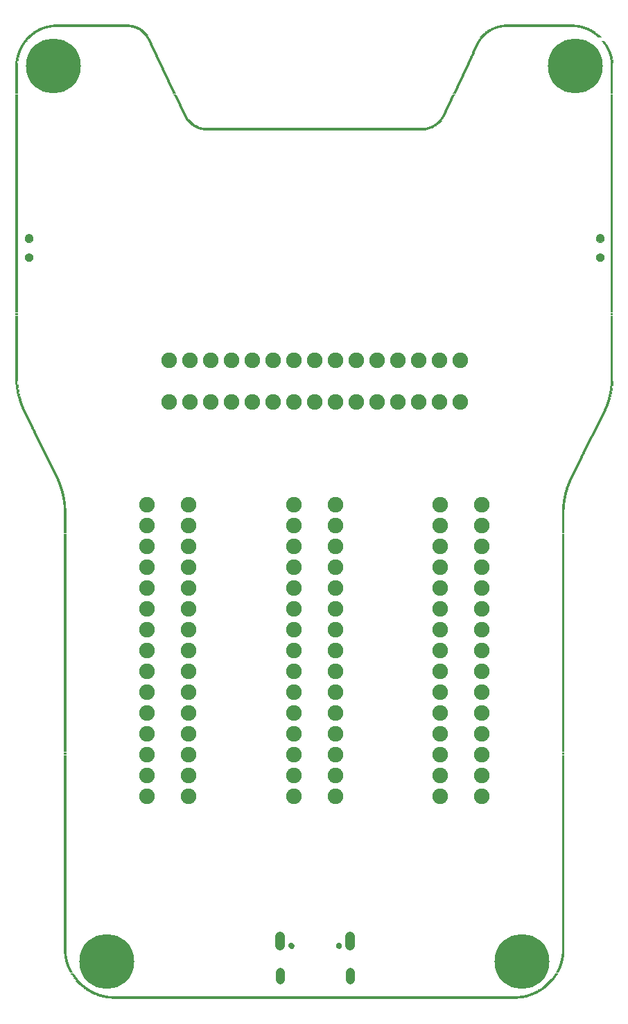
<source format=gts>
G75*
G70*
%OFA0B0*%
%FSLAX24Y24*%
%IPPOS*%
%LPD*%
%AMOC8*
5,1,8,0,0,1.08239X$1,22.5*
%
%ADD10R,1.9505X0.0033*%
%ADD11R,2.0103X0.0033*%
%ADD12R,2.0435X0.0033*%
%ADD13R,2.0668X0.0033*%
%ADD14R,0.0532X0.0033*%
%ADD15R,0.0432X0.0033*%
%ADD16R,0.0399X0.0033*%
%ADD17R,0.0366X0.0033*%
%ADD18R,0.0332X0.0033*%
%ADD19R,0.0299X0.0033*%
%ADD20R,0.0266X0.0033*%
%ADD21R,0.0233X0.0033*%
%ADD22R,0.0199X0.0033*%
%ADD23R,0.0166X0.0033*%
%ADD24R,0.0133X0.0033*%
%ADD25R,0.0100X0.0033*%
%ADD26R,1.0733X0.0033*%
%ADD27R,1.1032X0.0033*%
%ADD28R,1.1231X0.0033*%
%ADD29R,1.1397X0.0033*%
%ADD30R,0.0498X0.0033*%
%ADD31R,0.0465X0.0033*%
%ADD32R,0.4552X0.0033*%
%ADD33R,0.4353X0.0033*%
%ADD34R,0.4154X0.0033*%
%ADD35R,0.4087X0.0033*%
%ADD36R,0.3888X0.0033*%
%ADD37R,0.3655X0.0033*%
%ADD38R,0.3423X0.0033*%
%ADD39C,0.0000*%
%ADD40C,0.0414*%
%ADD41C,0.0276*%
%ADD42C,0.0434*%
%ADD43C,0.0473*%
%ADD44C,0.0749*%
%ADD45C,0.2638*%
D10*
X015248Y002160D03*
D11*
X015248Y002193D03*
D12*
X015248Y002226D03*
D13*
X015231Y002260D03*
D14*
X005063Y002293D03*
X025399Y002293D03*
D15*
X025549Y002326D03*
X004947Y002326D03*
X024053Y048813D03*
D16*
X028257Y048779D03*
X006625Y048813D03*
X002239Y048779D03*
X004831Y002359D03*
D17*
X025648Y002359D03*
X025748Y002393D03*
X020830Y043994D03*
X023920Y048779D03*
X028340Y048746D03*
D18*
X028423Y048713D03*
X009649Y043994D03*
X006725Y048779D03*
X002139Y048746D03*
X004665Y002426D03*
X004731Y002393D03*
X025831Y002426D03*
D19*
X025881Y002459D03*
X004582Y002459D03*
X004515Y002492D03*
X009566Y044028D03*
X002056Y048713D03*
X001990Y048680D03*
X020897Y044028D03*
X023854Y048746D03*
D20*
X023771Y048713D03*
X023704Y048680D03*
X023605Y048613D03*
X020980Y044061D03*
X028489Y048680D03*
X028556Y048646D03*
X028622Y048613D03*
X009516Y044061D03*
X009450Y044094D03*
X006858Y048713D03*
X006791Y048746D03*
X001940Y048646D03*
X001873Y048613D03*
X004299Y002625D03*
X004399Y002559D03*
X004465Y002526D03*
X025964Y002492D03*
X026030Y002526D03*
X026130Y002592D03*
D21*
X026080Y002559D03*
X026180Y002625D03*
X026246Y002658D03*
X026280Y002692D03*
X026313Y002725D03*
X004349Y002592D03*
X004249Y002658D03*
X004216Y002692D03*
X004116Y002758D03*
X004083Y002791D03*
X009400Y044127D03*
X006941Y048646D03*
X006908Y048680D03*
X001824Y048580D03*
X001757Y048547D03*
X001724Y048514D03*
X001624Y048447D03*
X001591Y048414D03*
X001558Y048381D03*
X021030Y044094D03*
X021096Y044127D03*
X021129Y044161D03*
X023522Y048547D03*
X023555Y048580D03*
X023655Y048646D03*
X028672Y048580D03*
X028705Y048547D03*
X028772Y048514D03*
X028805Y048480D03*
D22*
X028855Y048447D03*
X028888Y048414D03*
X028921Y048381D03*
X028955Y048347D03*
X023472Y048514D03*
X023439Y048480D03*
X023405Y048447D03*
X023372Y048414D03*
X023339Y048381D03*
X023306Y048347D03*
X021279Y044294D03*
X021246Y044260D03*
X021212Y044227D03*
X021179Y044194D03*
X009350Y044161D03*
X009317Y044194D03*
X009283Y044227D03*
X009250Y044260D03*
X009217Y044294D03*
X009184Y044327D03*
X009150Y044360D03*
X007157Y048447D03*
X007124Y048480D03*
X007090Y048514D03*
X007057Y048547D03*
X007024Y048580D03*
X006991Y048613D03*
X001674Y048480D03*
X001508Y048347D03*
X001475Y048314D03*
X001441Y048281D03*
X001342Y048148D03*
X003767Y003124D03*
X003867Y002991D03*
X003900Y002957D03*
X003934Y002924D03*
X003967Y002891D03*
X004000Y002858D03*
X004033Y002825D03*
X004166Y002725D03*
X026363Y002758D03*
X026396Y002791D03*
X026429Y002825D03*
X026462Y002858D03*
X026496Y002891D03*
X026529Y002924D03*
X026562Y002957D03*
X026595Y002991D03*
X026629Y003024D03*
X026662Y003057D03*
X026695Y003090D03*
D23*
X026712Y003124D03*
X026745Y003157D03*
X026778Y003190D03*
X026778Y003223D03*
X026811Y003257D03*
X026845Y003290D03*
X026845Y003323D03*
X026878Y003356D03*
X026911Y003423D03*
X026944Y003489D03*
X026977Y003556D03*
X027011Y003622D03*
X027044Y003689D03*
X027443Y026815D03*
X027509Y026982D03*
X027576Y027148D03*
X027609Y027214D03*
X027642Y027281D03*
X027675Y027347D03*
X027709Y027414D03*
X027742Y027480D03*
X027775Y027546D03*
X027808Y027613D03*
X027841Y027679D03*
X027875Y027746D03*
X027908Y027812D03*
X027941Y027879D03*
X027974Y027945D03*
X028008Y028012D03*
X028041Y028078D03*
X028074Y028145D03*
X028107Y028211D03*
X028140Y028277D03*
X028174Y028344D03*
X028207Y028410D03*
X028240Y028477D03*
X028273Y028543D03*
X028307Y028610D03*
X028340Y028676D03*
X028373Y028743D03*
X028406Y028809D03*
X028440Y028876D03*
X028473Y028942D03*
X028506Y029009D03*
X028539Y029075D03*
X028572Y029141D03*
X029104Y030171D03*
X029137Y030238D03*
X029237Y030471D03*
X029270Y030537D03*
X021295Y044327D03*
X021329Y044360D03*
X021362Y044393D03*
X021395Y044460D03*
X021428Y044493D03*
X021561Y044792D03*
X021594Y044858D03*
X021628Y044925D03*
X021661Y044991D03*
X021694Y045058D03*
X021727Y045124D03*
X021827Y045357D03*
X021860Y045423D03*
X021894Y045490D03*
X021927Y045556D03*
X021960Y045623D03*
X021993Y045689D03*
X022126Y045988D03*
X022159Y046055D03*
X022193Y046121D03*
X022226Y046188D03*
X022259Y046254D03*
X022292Y046320D03*
X022392Y046553D03*
X022425Y046620D03*
X022458Y046686D03*
X022492Y046752D03*
X022525Y046819D03*
X022558Y046885D03*
X022658Y047118D03*
X022691Y047184D03*
X022724Y047251D03*
X022757Y047317D03*
X022791Y047384D03*
X022824Y047450D03*
X022957Y047749D03*
X022990Y047816D03*
X023023Y047882D03*
X023057Y047949D03*
X023090Y048015D03*
X023123Y048082D03*
X023156Y048148D03*
X023189Y048181D03*
X023189Y048214D03*
X023223Y048248D03*
X023256Y048281D03*
X023289Y048314D03*
X029137Y048148D03*
X029171Y048115D03*
X029204Y048082D03*
X029204Y048048D03*
X029237Y048015D03*
X029270Y047982D03*
X029303Y047915D03*
X029337Y047849D03*
X029370Y047783D03*
X029403Y047716D03*
X009134Y044393D03*
X009101Y044426D03*
X009067Y044493D03*
X008968Y044692D03*
X008934Y044759D03*
X008901Y044825D03*
X008868Y044892D03*
X008835Y044958D03*
X008802Y045025D03*
X008702Y045257D03*
X008669Y045324D03*
X008635Y045390D03*
X008602Y045457D03*
X008569Y045523D03*
X008536Y045589D03*
X008503Y045656D03*
X008403Y045889D03*
X008370Y045955D03*
X008336Y046021D03*
X008303Y046088D03*
X008270Y046154D03*
X008237Y046221D03*
X008137Y046453D03*
X008104Y046520D03*
X008071Y046586D03*
X008037Y046653D03*
X008004Y046719D03*
X007971Y046786D03*
X007838Y047085D03*
X007805Y047151D03*
X007771Y047218D03*
X007738Y047284D03*
X007705Y047351D03*
X007672Y047417D03*
X007572Y047650D03*
X007539Y047716D03*
X007506Y047783D03*
X007472Y047849D03*
X007439Y047915D03*
X007406Y047982D03*
X007306Y048214D03*
X007273Y048281D03*
X007240Y048314D03*
X007207Y048381D03*
X007173Y048414D03*
X001425Y048248D03*
X001392Y048214D03*
X001358Y048181D03*
X001325Y048115D03*
X001292Y048082D03*
X001259Y048048D03*
X001226Y047982D03*
X001192Y047949D03*
X001159Y047882D03*
X001126Y047816D03*
X001093Y047749D03*
X001059Y047683D03*
X001159Y030670D03*
X001226Y030504D03*
X001259Y030437D03*
X001491Y029972D03*
X001525Y029906D03*
X001558Y029839D03*
X001591Y029773D03*
X001624Y029706D03*
X001657Y029640D03*
X001691Y029573D03*
X001724Y029507D03*
X001757Y029440D03*
X001790Y029374D03*
X001824Y029308D03*
X001857Y029241D03*
X001890Y029175D03*
X001923Y029108D03*
X001957Y029042D03*
X001990Y028975D03*
X002023Y028909D03*
X002056Y028842D03*
X002089Y028776D03*
X002123Y028709D03*
X002156Y028643D03*
X002189Y028577D03*
X002222Y028510D03*
X002256Y028444D03*
X002289Y028377D03*
X002322Y028311D03*
X002355Y028244D03*
X002389Y028178D03*
X002422Y028111D03*
X002455Y028045D03*
X002488Y027978D03*
X002521Y027912D03*
X002555Y027846D03*
X002588Y027779D03*
X002621Y027713D03*
X002654Y027646D03*
X002688Y027580D03*
X002721Y027513D03*
X002754Y027447D03*
X002787Y027380D03*
X002820Y027314D03*
X002854Y027247D03*
X002887Y027181D03*
X002920Y027114D03*
X002987Y026948D03*
X003452Y003655D03*
X003485Y003589D03*
X003518Y003522D03*
X003551Y003456D03*
X003585Y003389D03*
X003618Y003323D03*
X003651Y003290D03*
X003684Y003257D03*
X003684Y003223D03*
X003718Y003190D03*
X003751Y003157D03*
X003784Y003090D03*
X003817Y003057D03*
X003851Y003024D03*
D24*
X003369Y003855D03*
X003369Y003888D03*
X003369Y003921D03*
X003336Y003954D03*
X003336Y003988D03*
X003336Y004021D03*
X003336Y004054D03*
X003302Y004120D03*
X003302Y004154D03*
X003302Y004187D03*
X003302Y004220D03*
X003269Y004353D03*
X003269Y004386D03*
X003269Y004420D03*
X003269Y004453D03*
X003269Y004486D03*
X003269Y004519D03*
X003269Y004552D03*
X003269Y004586D03*
X003269Y004619D03*
X003269Y004652D03*
X003269Y004685D03*
X003269Y004719D03*
X003269Y004752D03*
X003269Y004785D03*
X003269Y004818D03*
X003269Y004851D03*
X003269Y004885D03*
X003269Y004918D03*
X003269Y004951D03*
X003269Y004984D03*
X003269Y005018D03*
X003269Y005051D03*
X003269Y005084D03*
X003269Y005117D03*
X003269Y005151D03*
X003269Y005184D03*
X003269Y005217D03*
X003269Y005250D03*
X003269Y005283D03*
X003269Y005317D03*
X003269Y005350D03*
X003269Y005383D03*
X003269Y005416D03*
X003269Y005450D03*
X003269Y005483D03*
X003269Y005516D03*
X003269Y005549D03*
X003269Y005583D03*
X003269Y005616D03*
X003269Y005649D03*
X003269Y005682D03*
X003269Y005715D03*
X003269Y005749D03*
X003269Y005782D03*
X003269Y005815D03*
X003269Y005848D03*
X003269Y005882D03*
X003269Y005915D03*
X003269Y005948D03*
X003269Y005981D03*
X003269Y006014D03*
X003269Y006048D03*
X003269Y006081D03*
X003269Y006114D03*
X003269Y006147D03*
X003269Y006181D03*
X003269Y006214D03*
X003269Y006247D03*
X003269Y006280D03*
X003269Y006314D03*
X003269Y006347D03*
X003269Y006380D03*
X003269Y006413D03*
X003269Y006446D03*
X003269Y006480D03*
X003269Y006513D03*
X003269Y006546D03*
X003269Y006579D03*
X003269Y006613D03*
X003269Y006646D03*
X003269Y006679D03*
X003269Y006712D03*
X003269Y006746D03*
X003269Y006779D03*
X003269Y006812D03*
X003269Y006845D03*
X003269Y006878D03*
X003269Y006912D03*
X003269Y006945D03*
X003269Y006978D03*
X003269Y007011D03*
X003269Y007045D03*
X003269Y007078D03*
X003269Y007111D03*
X003269Y007144D03*
X003269Y007177D03*
X003269Y007211D03*
X003269Y007244D03*
X003269Y007277D03*
X003269Y007310D03*
X003269Y007344D03*
X003269Y007377D03*
X003269Y007410D03*
X003269Y007443D03*
X003269Y007477D03*
X003269Y007510D03*
X003269Y007543D03*
X003269Y007576D03*
X003269Y007609D03*
X003269Y007643D03*
X003269Y007676D03*
X003269Y007709D03*
X003269Y007742D03*
X003269Y007776D03*
X003269Y007809D03*
X003269Y007842D03*
X003269Y007875D03*
X003269Y007909D03*
X003269Y007942D03*
X003269Y007975D03*
X003269Y008008D03*
X003269Y008041D03*
X003269Y008075D03*
X003269Y008108D03*
X003269Y008141D03*
X003269Y008174D03*
X003269Y008208D03*
X003269Y008241D03*
X003269Y008274D03*
X003269Y008307D03*
X003269Y008340D03*
X003269Y008374D03*
X003269Y008407D03*
X003269Y008440D03*
X003269Y008473D03*
X003269Y008507D03*
X003269Y008540D03*
X003269Y008573D03*
X003269Y008606D03*
X003269Y008640D03*
X003269Y008673D03*
X003269Y008706D03*
X003269Y008739D03*
X003269Y008772D03*
X003269Y008806D03*
X003269Y008839D03*
X003269Y008872D03*
X003269Y008905D03*
X003269Y008939D03*
X003269Y008972D03*
X003269Y009005D03*
X003269Y009038D03*
X003269Y009071D03*
X003269Y009105D03*
X003269Y009138D03*
X003269Y009171D03*
X003269Y009204D03*
X003269Y009238D03*
X003269Y009271D03*
X003269Y009304D03*
X003269Y009337D03*
X003269Y009371D03*
X003269Y009404D03*
X003269Y009437D03*
X003269Y009470D03*
X003269Y009503D03*
X003269Y009537D03*
X003269Y009570D03*
X003269Y009603D03*
X003269Y009636D03*
X003269Y009670D03*
X003269Y009703D03*
X003269Y009736D03*
X003269Y009769D03*
X003269Y009803D03*
X003269Y009836D03*
X003269Y009869D03*
X003269Y009902D03*
X003269Y009935D03*
X003269Y009969D03*
X003269Y010002D03*
X003269Y010035D03*
X003269Y010068D03*
X003269Y010102D03*
X003269Y010135D03*
X003269Y010168D03*
X003269Y010201D03*
X003269Y010234D03*
X003269Y010268D03*
X003269Y010301D03*
X003269Y010334D03*
X003269Y010367D03*
X003269Y010401D03*
X003269Y010434D03*
X003269Y010467D03*
X003269Y010500D03*
X003269Y010534D03*
X003269Y010567D03*
X003269Y010600D03*
X003269Y010633D03*
X003269Y010666D03*
X003269Y010700D03*
X003269Y010733D03*
X003269Y010766D03*
X003269Y010799D03*
X003269Y010833D03*
X003269Y010866D03*
X003269Y010899D03*
X003269Y010932D03*
X003269Y010966D03*
X003269Y010999D03*
X003269Y011032D03*
X003269Y011065D03*
X003269Y011098D03*
X003269Y011132D03*
X003269Y011165D03*
X003269Y011198D03*
X003269Y011231D03*
X003269Y011265D03*
X003269Y011298D03*
X003269Y011331D03*
X003269Y011364D03*
X003269Y011397D03*
X003269Y011431D03*
X003269Y011464D03*
X003269Y011497D03*
X003269Y011530D03*
X003269Y011564D03*
X003269Y011597D03*
X003269Y011630D03*
X003269Y011663D03*
X003269Y011697D03*
X003269Y011730D03*
X003269Y011763D03*
X003269Y011796D03*
X003269Y011829D03*
X003269Y011863D03*
X003269Y011896D03*
X003269Y011929D03*
X003269Y011962D03*
X003269Y011996D03*
X003269Y012029D03*
X003269Y012062D03*
X003269Y012095D03*
X003269Y012129D03*
X003269Y012162D03*
X003269Y012195D03*
X003269Y012228D03*
X003269Y012261D03*
X003269Y012295D03*
X003269Y012328D03*
X003269Y012361D03*
X003269Y012394D03*
X003269Y012428D03*
X003269Y012461D03*
X003269Y012494D03*
X003269Y012527D03*
X003269Y012560D03*
X003269Y012594D03*
X003269Y012627D03*
X003269Y012660D03*
X003269Y012693D03*
X003269Y012727D03*
X003269Y012760D03*
X003269Y012793D03*
X003269Y012826D03*
X003269Y012860D03*
X003269Y012893D03*
X003269Y012926D03*
X003269Y012959D03*
X003269Y012992D03*
X003269Y013026D03*
X003269Y013059D03*
X003269Y013092D03*
X003269Y013125D03*
X003269Y013159D03*
X003269Y013192D03*
X003269Y013225D03*
X003269Y013258D03*
X003269Y013291D03*
X003269Y013325D03*
X003269Y013358D03*
X003269Y013391D03*
X003269Y013424D03*
X003269Y013458D03*
X003269Y013491D03*
X003269Y013524D03*
X003269Y013557D03*
X003269Y013591D03*
X003269Y013624D03*
X003269Y013657D03*
X003269Y013690D03*
X003269Y013723D03*
X003269Y013757D03*
X003269Y013790D03*
X003269Y013823D03*
X003269Y013856D03*
X003269Y013890D03*
X003269Y013923D03*
X003269Y013956D03*
X003269Y013989D03*
X003269Y014023D03*
X003269Y014056D03*
X003269Y014089D03*
X003269Y014122D03*
X003269Y014155D03*
X003269Y014189D03*
X003269Y014222D03*
X003269Y014255D03*
X003269Y014288D03*
X003269Y014322D03*
X003269Y014355D03*
X003269Y014388D03*
X003269Y014421D03*
X003269Y014454D03*
X003269Y014488D03*
X003269Y014521D03*
X003269Y014554D03*
X003269Y014587D03*
X003269Y014621D03*
X003269Y014654D03*
X003269Y014687D03*
X003269Y014720D03*
X003269Y014754D03*
X003269Y014787D03*
X003269Y014820D03*
X003269Y014853D03*
X003269Y014886D03*
X003269Y014920D03*
X003269Y014953D03*
X003269Y014986D03*
X003269Y015019D03*
X003269Y015053D03*
X003269Y015086D03*
X003269Y015119D03*
X003269Y015152D03*
X003269Y015186D03*
X003269Y015219D03*
X003269Y015252D03*
X003269Y015285D03*
X003269Y015318D03*
X003269Y015352D03*
X003269Y015385D03*
X003269Y015418D03*
X003269Y015451D03*
X003269Y015485D03*
X003269Y015518D03*
X003269Y015551D03*
X003269Y015584D03*
X003269Y015617D03*
X003269Y015651D03*
X003269Y015684D03*
X003269Y015717D03*
X003269Y015750D03*
X003269Y015784D03*
X003269Y015817D03*
X003269Y015850D03*
X003269Y015883D03*
X003269Y015917D03*
X003269Y015950D03*
X003269Y015983D03*
X003269Y016016D03*
X003269Y016049D03*
X003269Y016083D03*
X003269Y016116D03*
X003269Y016149D03*
X003269Y016182D03*
X003269Y016216D03*
X003269Y016249D03*
X003269Y016282D03*
X003269Y016315D03*
X003269Y016349D03*
X003269Y016382D03*
X003269Y016415D03*
X003269Y016448D03*
X003269Y016481D03*
X003269Y016515D03*
X003269Y016548D03*
X003269Y016581D03*
X003269Y016614D03*
X003269Y016648D03*
X003269Y016681D03*
X003269Y016714D03*
X003269Y016747D03*
X003269Y016780D03*
X003269Y016814D03*
X003269Y016847D03*
X003269Y016880D03*
X003269Y016913D03*
X003269Y016947D03*
X003269Y016980D03*
X003269Y017013D03*
X003269Y017046D03*
X003269Y017080D03*
X003269Y017113D03*
X003269Y017146D03*
X003269Y017179D03*
X003269Y017212D03*
X003269Y017246D03*
X003269Y017279D03*
X003269Y017312D03*
X003269Y017345D03*
X003269Y017379D03*
X003269Y017412D03*
X003269Y017445D03*
X003269Y017478D03*
X003269Y017511D03*
X003269Y017545D03*
X003269Y017578D03*
X003269Y017611D03*
X003269Y017644D03*
X003269Y017678D03*
X003269Y017711D03*
X003269Y017744D03*
X003269Y017777D03*
X003269Y017811D03*
X003269Y017844D03*
X003269Y017877D03*
X003269Y017910D03*
X003269Y017943D03*
X003269Y017977D03*
X003269Y018010D03*
X003269Y018043D03*
X003269Y018076D03*
X003269Y018110D03*
X003269Y018143D03*
X003269Y018176D03*
X003269Y018209D03*
X003269Y018243D03*
X003269Y018276D03*
X003269Y018309D03*
X003269Y018342D03*
X003269Y018375D03*
X003269Y018409D03*
X003269Y018442D03*
X003269Y018475D03*
X003269Y018508D03*
X003269Y018542D03*
X003269Y018575D03*
X003269Y018608D03*
X003269Y018641D03*
X003269Y018674D03*
X003269Y018708D03*
X003269Y018741D03*
X003269Y018774D03*
X003269Y018807D03*
X003269Y018841D03*
X003269Y018874D03*
X003269Y018907D03*
X003269Y018940D03*
X003269Y018974D03*
X003269Y019007D03*
X003269Y019040D03*
X003269Y019073D03*
X003269Y019106D03*
X003269Y019140D03*
X003269Y019173D03*
X003269Y019206D03*
X003269Y019239D03*
X003269Y019273D03*
X003269Y019306D03*
X003269Y019339D03*
X003269Y019372D03*
X003269Y019406D03*
X003269Y019439D03*
X003269Y019472D03*
X003269Y019505D03*
X003269Y019538D03*
X003269Y019572D03*
X003269Y019605D03*
X003269Y019638D03*
X003269Y019671D03*
X003269Y019705D03*
X003269Y019738D03*
X003269Y019771D03*
X003269Y019804D03*
X003269Y019837D03*
X003269Y019871D03*
X003269Y019904D03*
X003269Y019937D03*
X003269Y019970D03*
X003269Y020004D03*
X003269Y020037D03*
X003269Y020070D03*
X003269Y020103D03*
X003269Y020137D03*
X003269Y020170D03*
X003269Y020203D03*
X003269Y020236D03*
X003269Y020269D03*
X003269Y020303D03*
X003269Y020336D03*
X003269Y020369D03*
X003269Y020402D03*
X003269Y020436D03*
X003269Y020469D03*
X003269Y020502D03*
X003269Y020535D03*
X003269Y020569D03*
X003269Y020602D03*
X003269Y020635D03*
X003269Y020668D03*
X003269Y020701D03*
X003269Y020735D03*
X003269Y020768D03*
X003269Y020801D03*
X003269Y020834D03*
X003269Y020868D03*
X003269Y020901D03*
X003269Y020934D03*
X003269Y020967D03*
X003269Y021000D03*
X003269Y021034D03*
X003269Y021067D03*
X003269Y021100D03*
X003269Y021133D03*
X003269Y021167D03*
X003269Y021200D03*
X003269Y021233D03*
X003269Y021266D03*
X003269Y021300D03*
X003269Y021333D03*
X003269Y021366D03*
X003269Y021399D03*
X003269Y021432D03*
X003269Y021466D03*
X003269Y021499D03*
X003269Y021532D03*
X003269Y021565D03*
X003269Y021599D03*
X003269Y021632D03*
X003269Y021665D03*
X003269Y021698D03*
X003269Y021731D03*
X003269Y021765D03*
X003269Y021798D03*
X003269Y021831D03*
X003269Y021864D03*
X003269Y021898D03*
X003269Y021931D03*
X003269Y021964D03*
X003269Y021997D03*
X003269Y022031D03*
X003269Y022064D03*
X003269Y022097D03*
X003269Y022130D03*
X003269Y022163D03*
X003269Y022197D03*
X003269Y022230D03*
X003269Y022263D03*
X003269Y022296D03*
X003269Y022330D03*
X003269Y022363D03*
X003269Y022396D03*
X003269Y022429D03*
X003269Y022463D03*
X003269Y022496D03*
X003269Y022529D03*
X003269Y022562D03*
X003269Y022595D03*
X003269Y022629D03*
X003269Y022662D03*
X003269Y022695D03*
X003269Y022728D03*
X003269Y022762D03*
X003269Y022795D03*
X003269Y022828D03*
X003269Y022861D03*
X003269Y022894D03*
X003269Y022928D03*
X003269Y022961D03*
X003269Y022994D03*
X003269Y023027D03*
X003269Y023061D03*
X003269Y023094D03*
X003269Y023127D03*
X003269Y023160D03*
X003269Y023194D03*
X003269Y023227D03*
X003269Y023260D03*
X003269Y023293D03*
X003269Y023326D03*
X003269Y023360D03*
X003269Y023393D03*
X003269Y023426D03*
X003269Y023459D03*
X003269Y023493D03*
X003269Y023526D03*
X003269Y023559D03*
X003269Y023592D03*
X003269Y023626D03*
X003269Y023659D03*
X003269Y023692D03*
X003269Y023725D03*
X003269Y023758D03*
X003269Y023792D03*
X003269Y023825D03*
X003269Y023858D03*
X003269Y023891D03*
X003269Y023925D03*
X003269Y023958D03*
X003269Y023991D03*
X003269Y024024D03*
X003269Y024057D03*
X003269Y024091D03*
X003269Y024124D03*
X003269Y024157D03*
X003269Y024190D03*
X003269Y024224D03*
X003269Y024257D03*
X003269Y024290D03*
X003269Y024323D03*
X003269Y024357D03*
X003269Y024390D03*
X003269Y024423D03*
X003269Y024456D03*
X003269Y024489D03*
X003269Y024523D03*
X003269Y024556D03*
X003269Y024589D03*
X003269Y024622D03*
X003269Y024656D03*
X003269Y024689D03*
X003269Y024722D03*
X003269Y024755D03*
X003269Y024789D03*
X003269Y024822D03*
X003269Y024855D03*
X003269Y024888D03*
X003269Y024921D03*
X003269Y024955D03*
X003269Y024988D03*
X003269Y025021D03*
X003269Y025054D03*
X003269Y025088D03*
X003269Y025121D03*
X003269Y025154D03*
X003269Y025187D03*
X003269Y025220D03*
X003269Y025254D03*
X003269Y025287D03*
X003269Y025320D03*
X003269Y025353D03*
X003269Y025387D03*
X003269Y025420D03*
X003269Y025453D03*
X003269Y025486D03*
X003269Y025520D03*
X003269Y025553D03*
X003269Y025586D03*
X003269Y025619D03*
X003269Y025652D03*
X003269Y025686D03*
X003269Y025719D03*
X003236Y025918D03*
X003236Y025951D03*
X003236Y025985D03*
X003236Y026018D03*
X003236Y026051D03*
X003203Y026151D03*
X003203Y026184D03*
X003203Y026217D03*
X003203Y026251D03*
X003169Y026317D03*
X003169Y026350D03*
X003169Y026383D03*
X003169Y026417D03*
X003136Y026450D03*
X003136Y026483D03*
X003136Y026516D03*
X003136Y026550D03*
X003103Y026583D03*
X003103Y026616D03*
X003103Y026649D03*
X003070Y026683D03*
X003070Y026716D03*
X003070Y026749D03*
X003036Y026782D03*
X003036Y026815D03*
X003036Y026849D03*
X003003Y026882D03*
X003003Y026915D03*
X002970Y026982D03*
X002970Y027015D03*
X002937Y027048D03*
X002937Y027081D03*
X002904Y027148D03*
X002870Y027214D03*
X002837Y027281D03*
X002804Y027347D03*
X002771Y027414D03*
X002737Y027480D03*
X002704Y027546D03*
X002671Y027613D03*
X002638Y027679D03*
X002604Y027746D03*
X002571Y027812D03*
X002538Y027879D03*
X002505Y027945D03*
X002472Y028012D03*
X002438Y028078D03*
X002405Y028145D03*
X002372Y028211D03*
X002339Y028277D03*
X002305Y028344D03*
X002272Y028410D03*
X002239Y028477D03*
X002206Y028543D03*
X002173Y028610D03*
X002139Y028676D03*
X002106Y028743D03*
X002073Y028809D03*
X002040Y028876D03*
X002006Y028942D03*
X001973Y029009D03*
X001940Y029075D03*
X001907Y029141D03*
X001873Y029208D03*
X001840Y029274D03*
X001807Y029341D03*
X001774Y029407D03*
X001741Y029474D03*
X001707Y029540D03*
X001674Y029607D03*
X001641Y029673D03*
X001608Y029740D03*
X001574Y029806D03*
X001541Y029872D03*
X001508Y029939D03*
X001475Y030005D03*
X001441Y030039D03*
X001441Y030072D03*
X001408Y030105D03*
X001408Y030138D03*
X001375Y030171D03*
X001375Y030205D03*
X001342Y030238D03*
X001342Y030271D03*
X001309Y030304D03*
X001309Y030338D03*
X001275Y030371D03*
X001275Y030404D03*
X001242Y030471D03*
X001209Y030537D03*
X001209Y030570D03*
X001176Y030603D03*
X001176Y030637D03*
X001142Y030703D03*
X001142Y030736D03*
X001109Y030770D03*
X001109Y030803D03*
X001109Y030836D03*
X001076Y030869D03*
X001076Y030903D03*
X001076Y030936D03*
X001076Y030969D03*
X001043Y031002D03*
X001043Y031035D03*
X001043Y031069D03*
X001010Y031135D03*
X001010Y031168D03*
X001010Y031202D03*
X000976Y031301D03*
X000976Y031334D03*
X000976Y031368D03*
X000976Y031401D03*
X000943Y031501D03*
X000943Y031534D03*
X000943Y031567D03*
X000943Y031600D03*
X000943Y031634D03*
X000910Y031833D03*
X000910Y031866D03*
X000910Y031899D03*
X000910Y031933D03*
X000910Y031966D03*
X000910Y031999D03*
X000910Y032032D03*
X000910Y032066D03*
X000910Y032099D03*
X000910Y032132D03*
X000910Y032165D03*
X000910Y032198D03*
X000910Y032232D03*
X000910Y032265D03*
X000910Y032298D03*
X000910Y032331D03*
X000910Y032365D03*
X000910Y032398D03*
X000910Y032431D03*
X000910Y032464D03*
X000910Y032497D03*
X000910Y032531D03*
X000910Y032564D03*
X000910Y032597D03*
X000910Y032630D03*
X000910Y032664D03*
X000910Y032697D03*
X000910Y032730D03*
X000910Y032763D03*
X000910Y032797D03*
X000910Y032830D03*
X000910Y032863D03*
X000910Y032896D03*
X000910Y032929D03*
X000910Y032963D03*
X000910Y032996D03*
X000910Y033029D03*
X000910Y033062D03*
X000910Y033096D03*
X000910Y033129D03*
X000910Y033162D03*
X000910Y033195D03*
X000910Y033229D03*
X000910Y033262D03*
X000910Y033295D03*
X000910Y033328D03*
X000910Y033361D03*
X000910Y033395D03*
X000910Y033428D03*
X000910Y033461D03*
X000910Y033494D03*
X000910Y033528D03*
X000910Y033561D03*
X000910Y033594D03*
X000910Y033627D03*
X000910Y033660D03*
X000910Y033694D03*
X000910Y033727D03*
X000910Y033760D03*
X000910Y033793D03*
X000910Y033827D03*
X000910Y033860D03*
X000910Y033893D03*
X000910Y033926D03*
X000910Y033960D03*
X000910Y033993D03*
X000910Y034026D03*
X000910Y034059D03*
X000910Y034092D03*
X000910Y034126D03*
X000910Y034159D03*
X000910Y034192D03*
X000910Y034225D03*
X000910Y034259D03*
X000910Y034292D03*
X000910Y034325D03*
X000910Y034358D03*
X000910Y034391D03*
X000910Y034425D03*
X000910Y034458D03*
X000910Y034491D03*
X000910Y034524D03*
X000910Y034558D03*
X000910Y034591D03*
X000910Y034624D03*
X000910Y034657D03*
X000910Y034691D03*
X000910Y034724D03*
X000910Y034757D03*
X000910Y034790D03*
X000910Y034823D03*
X000910Y034857D03*
X000910Y034890D03*
X000910Y034923D03*
X000910Y034956D03*
X000910Y034990D03*
X000910Y035023D03*
X000910Y035056D03*
X000910Y035089D03*
X000910Y035123D03*
X000910Y035156D03*
X000910Y035189D03*
X000910Y035222D03*
X000910Y035255D03*
X000910Y035289D03*
X000910Y035322D03*
X000910Y035355D03*
X000910Y035388D03*
X000910Y035422D03*
X000910Y035455D03*
X000910Y035488D03*
X000910Y035521D03*
X000910Y035554D03*
X000910Y035588D03*
X000910Y035621D03*
X000910Y035654D03*
X000910Y035687D03*
X000910Y035721D03*
X000910Y035754D03*
X000910Y035787D03*
X000910Y035820D03*
X000910Y035854D03*
X000910Y035887D03*
X000910Y035920D03*
X000910Y035953D03*
X000910Y035986D03*
X000910Y036020D03*
X000910Y036053D03*
X000910Y036086D03*
X000910Y036119D03*
X000910Y036153D03*
X000910Y036186D03*
X000910Y036219D03*
X000910Y036252D03*
X000910Y036286D03*
X000910Y036319D03*
X000910Y036352D03*
X000910Y036385D03*
X000910Y036418D03*
X000910Y036452D03*
X000910Y036485D03*
X000910Y036518D03*
X000910Y036551D03*
X000910Y036585D03*
X000910Y036618D03*
X000910Y036651D03*
X000910Y036684D03*
X000910Y036717D03*
X000910Y036751D03*
X000910Y036784D03*
X000910Y036817D03*
X000910Y036850D03*
X000910Y036884D03*
X000910Y036917D03*
X000910Y036950D03*
X000910Y036983D03*
X000910Y037017D03*
X000910Y037050D03*
X000910Y037083D03*
X000910Y037116D03*
X000910Y037149D03*
X000910Y037183D03*
X000910Y037216D03*
X000910Y037249D03*
X000910Y037282D03*
X000910Y037316D03*
X000910Y037349D03*
X000910Y037382D03*
X000910Y037415D03*
X000910Y037449D03*
X000910Y037482D03*
X000910Y037515D03*
X000910Y037548D03*
X000910Y037581D03*
X000910Y037615D03*
X000910Y037648D03*
X000910Y037681D03*
X000910Y037714D03*
X000910Y037748D03*
X000910Y037781D03*
X000910Y037814D03*
X000910Y037847D03*
X000910Y037880D03*
X000910Y037914D03*
X000910Y037947D03*
X000910Y037980D03*
X000910Y038013D03*
X000910Y038047D03*
X000910Y038080D03*
X000910Y038113D03*
X000910Y038146D03*
X000910Y038180D03*
X000910Y038213D03*
X000910Y038246D03*
X000910Y038279D03*
X000910Y038312D03*
X000910Y038346D03*
X000910Y038379D03*
X000910Y038412D03*
X000910Y038445D03*
X000910Y038479D03*
X000910Y038512D03*
X000910Y038545D03*
X000910Y038578D03*
X000910Y038611D03*
X000910Y038645D03*
X000910Y038678D03*
X000910Y038711D03*
X000910Y038744D03*
X000910Y038778D03*
X000910Y038811D03*
X000910Y038844D03*
X000910Y038877D03*
X000910Y038911D03*
X000910Y038944D03*
X000910Y038977D03*
X000910Y039010D03*
X000910Y039043D03*
X000910Y039077D03*
X000910Y039110D03*
X000910Y039143D03*
X000910Y039176D03*
X000910Y039210D03*
X000910Y039243D03*
X000910Y039276D03*
X000910Y039309D03*
X000910Y039343D03*
X000910Y039376D03*
X000910Y039409D03*
X000910Y039442D03*
X000910Y039475D03*
X000910Y039509D03*
X000910Y039542D03*
X000910Y039575D03*
X000910Y039608D03*
X000910Y039642D03*
X000910Y039675D03*
X000910Y039708D03*
X000910Y039741D03*
X000910Y039774D03*
X000910Y039808D03*
X000910Y039841D03*
X000910Y039874D03*
X000910Y039907D03*
X000910Y039941D03*
X000910Y039974D03*
X000910Y040007D03*
X000910Y040040D03*
X000910Y040074D03*
X000910Y040107D03*
X000910Y040140D03*
X000910Y040173D03*
X000910Y040206D03*
X000910Y040240D03*
X000910Y040273D03*
X000910Y040306D03*
X000910Y040339D03*
X000910Y040373D03*
X000910Y040406D03*
X000910Y040439D03*
X000910Y040472D03*
X000910Y040506D03*
X000910Y040539D03*
X000910Y040572D03*
X000910Y040605D03*
X000910Y040638D03*
X000910Y040672D03*
X000910Y040705D03*
X000910Y040738D03*
X000910Y040771D03*
X000910Y040805D03*
X000910Y040838D03*
X000910Y040871D03*
X000910Y040904D03*
X000910Y040937D03*
X000910Y040971D03*
X000910Y041004D03*
X000910Y041037D03*
X000910Y041070D03*
X000910Y041104D03*
X000910Y041137D03*
X000910Y041170D03*
X000910Y041203D03*
X000910Y041237D03*
X000910Y041270D03*
X000910Y041303D03*
X000910Y041336D03*
X000910Y041369D03*
X000910Y041403D03*
X000910Y041436D03*
X000910Y041469D03*
X000910Y041502D03*
X000910Y041536D03*
X000910Y041569D03*
X000910Y041602D03*
X000910Y041635D03*
X000910Y041669D03*
X000910Y041702D03*
X000910Y041735D03*
X000910Y041768D03*
X000910Y041801D03*
X000910Y041835D03*
X000910Y041868D03*
X000910Y041901D03*
X000910Y041934D03*
X000910Y041968D03*
X000910Y042001D03*
X000910Y042034D03*
X000910Y042067D03*
X000910Y042100D03*
X000910Y042134D03*
X000910Y042167D03*
X000910Y042200D03*
X000910Y042233D03*
X000910Y042267D03*
X000910Y042300D03*
X000910Y042333D03*
X000910Y042366D03*
X000910Y042400D03*
X000910Y042433D03*
X000910Y042466D03*
X000910Y042499D03*
X000910Y042532D03*
X000910Y042566D03*
X000910Y042599D03*
X000910Y042632D03*
X000910Y042665D03*
X000910Y042699D03*
X000910Y042732D03*
X000910Y042765D03*
X000910Y042798D03*
X000910Y042831D03*
X000910Y042865D03*
X000910Y042898D03*
X000910Y042931D03*
X000910Y042964D03*
X000910Y042998D03*
X000910Y043031D03*
X000910Y043064D03*
X000910Y043097D03*
X000910Y043131D03*
X000910Y043164D03*
X000910Y043197D03*
X000910Y043230D03*
X000910Y043263D03*
X000910Y043297D03*
X000910Y043330D03*
X000910Y043363D03*
X000910Y043396D03*
X000910Y043430D03*
X000910Y043463D03*
X000910Y043496D03*
X000910Y043529D03*
X000910Y043563D03*
X000910Y043596D03*
X000910Y043629D03*
X000910Y043662D03*
X000910Y043695D03*
X000910Y043729D03*
X000910Y043762D03*
X000910Y043795D03*
X000910Y043828D03*
X000910Y043862D03*
X000910Y043895D03*
X000910Y043928D03*
X000910Y043961D03*
X000910Y043994D03*
X000910Y044028D03*
X000910Y044061D03*
X000910Y044094D03*
X000910Y044127D03*
X000910Y044161D03*
X000910Y044194D03*
X000910Y044227D03*
X000910Y044260D03*
X000910Y044294D03*
X000910Y044327D03*
X000910Y044360D03*
X000910Y044393D03*
X000910Y044426D03*
X000910Y044460D03*
X000910Y044493D03*
X000910Y044526D03*
X000910Y044559D03*
X000910Y044593D03*
X000910Y044626D03*
X000910Y044659D03*
X000910Y044692D03*
X000910Y044726D03*
X000910Y044759D03*
X000910Y044792D03*
X000910Y044825D03*
X000910Y044858D03*
X000910Y044892D03*
X000910Y044925D03*
X000910Y044958D03*
X000910Y044991D03*
X000910Y045025D03*
X000910Y045058D03*
X000910Y045091D03*
X000910Y045124D03*
X000910Y045157D03*
X000910Y045191D03*
X000910Y045224D03*
X000910Y045257D03*
X000910Y045290D03*
X000910Y045324D03*
X000910Y045357D03*
X000910Y045390D03*
X000910Y045423D03*
X000910Y045457D03*
X000910Y045490D03*
X000910Y045523D03*
X000910Y045556D03*
X000910Y045589D03*
X000910Y045623D03*
X000910Y045656D03*
X000910Y045689D03*
X000910Y045722D03*
X000910Y045756D03*
X000910Y045789D03*
X000910Y045822D03*
X000910Y045855D03*
X000910Y045889D03*
X000910Y045922D03*
X000910Y045955D03*
X000910Y045988D03*
X000910Y046021D03*
X000910Y046055D03*
X000910Y046088D03*
X000910Y046121D03*
X000910Y046154D03*
X000910Y046188D03*
X000910Y046221D03*
X000910Y046254D03*
X000910Y046287D03*
X000910Y046320D03*
X000910Y046354D03*
X000910Y046387D03*
X000910Y046420D03*
X000910Y046453D03*
X000910Y046487D03*
X000910Y046520D03*
X000910Y046553D03*
X000910Y046586D03*
X000910Y046620D03*
X000910Y046653D03*
X000910Y046686D03*
X000910Y046719D03*
X000910Y046752D03*
X000910Y046786D03*
X000910Y046819D03*
X000910Y046852D03*
X000910Y046885D03*
X000910Y046919D03*
X000910Y046952D03*
X000910Y046985D03*
X000910Y047018D03*
X000910Y047051D03*
X000910Y047085D03*
X000943Y047218D03*
X000943Y047251D03*
X000943Y047284D03*
X000943Y047317D03*
X000976Y047384D03*
X000976Y047417D03*
X000976Y047450D03*
X000976Y047483D03*
X001010Y047517D03*
X001010Y047550D03*
X001010Y047583D03*
X001043Y047616D03*
X001043Y047650D03*
X001076Y047716D03*
X001109Y047783D03*
X001142Y047849D03*
X001176Y047915D03*
X001242Y048015D03*
X007223Y048347D03*
X007290Y048248D03*
X007323Y048181D03*
X007323Y048148D03*
X007356Y048115D03*
X007356Y048082D03*
X007389Y048048D03*
X007389Y048015D03*
X007423Y047949D03*
X007456Y047882D03*
X007489Y047816D03*
X007522Y047749D03*
X007556Y047683D03*
X007589Y047616D03*
X007589Y047583D03*
X007622Y047550D03*
X007622Y047517D03*
X007655Y047483D03*
X007655Y047450D03*
X007688Y047384D03*
X007722Y047317D03*
X007755Y047251D03*
X007788Y047184D03*
X007821Y047118D03*
X007855Y047051D03*
X007855Y047018D03*
X007888Y046985D03*
X007888Y046952D03*
X007921Y046919D03*
X007921Y046885D03*
X007954Y046852D03*
X007954Y046819D03*
X007987Y046752D03*
X008021Y046686D03*
X008054Y046620D03*
X008087Y046553D03*
X008120Y046487D03*
X008154Y046420D03*
X008154Y046387D03*
X008187Y046354D03*
X008187Y046320D03*
X008220Y046287D03*
X008220Y046254D03*
X008253Y046188D03*
X008287Y046121D03*
X008320Y046055D03*
X008353Y045988D03*
X008386Y045922D03*
X008419Y045855D03*
X008419Y045822D03*
X008453Y045789D03*
X008453Y045756D03*
X008486Y045722D03*
X008486Y045689D03*
X008519Y045623D03*
X008552Y045556D03*
X008586Y045490D03*
X008619Y045423D03*
X008652Y045357D03*
X008685Y045290D03*
X008719Y045224D03*
X008719Y045191D03*
X008752Y045157D03*
X008752Y045124D03*
X008785Y045091D03*
X008785Y045058D03*
X008818Y044991D03*
X008851Y044925D03*
X008885Y044858D03*
X008918Y044792D03*
X008951Y044726D03*
X008984Y044659D03*
X008984Y044626D03*
X009018Y044593D03*
X009018Y044559D03*
X009051Y044526D03*
X009084Y044460D03*
X021379Y044426D03*
X021445Y044526D03*
X021445Y044559D03*
X021478Y044593D03*
X021478Y044626D03*
X021511Y044659D03*
X021511Y044692D03*
X021545Y044726D03*
X021545Y044759D03*
X021578Y044825D03*
X021611Y044892D03*
X021644Y044958D03*
X021678Y045025D03*
X021711Y045091D03*
X021744Y045157D03*
X021744Y045191D03*
X021777Y045224D03*
X021777Y045257D03*
X021810Y045290D03*
X021810Y045324D03*
X021844Y045390D03*
X021877Y045457D03*
X021910Y045523D03*
X021943Y045589D03*
X021977Y045656D03*
X022010Y045722D03*
X022010Y045756D03*
X022043Y045789D03*
X022043Y045822D03*
X022076Y045855D03*
X022076Y045889D03*
X022110Y045922D03*
X022110Y045955D03*
X022143Y046021D03*
X022176Y046088D03*
X022209Y046154D03*
X022242Y046221D03*
X022276Y046287D03*
X022309Y046354D03*
X022309Y046387D03*
X022342Y046420D03*
X022342Y046453D03*
X022375Y046487D03*
X022375Y046520D03*
X022409Y046586D03*
X022442Y046653D03*
X022475Y046719D03*
X022508Y046786D03*
X022541Y046852D03*
X022575Y046919D03*
X022575Y046952D03*
X022608Y046985D03*
X022608Y047018D03*
X022641Y047051D03*
X022641Y047085D03*
X022674Y047151D03*
X022708Y047218D03*
X022741Y047284D03*
X022774Y047351D03*
X022807Y047417D03*
X022841Y047483D03*
X022841Y047517D03*
X022874Y047550D03*
X022874Y047583D03*
X022907Y047616D03*
X022907Y047650D03*
X022940Y047683D03*
X022940Y047716D03*
X022973Y047783D03*
X023007Y047849D03*
X023040Y047915D03*
X023073Y047982D03*
X023106Y048048D03*
X023140Y048115D03*
X029287Y047949D03*
X029320Y047882D03*
X029353Y047816D03*
X029387Y047749D03*
X029420Y047683D03*
X029420Y047650D03*
X029453Y047616D03*
X029453Y047583D03*
X029453Y047550D03*
X029486Y047517D03*
X029486Y047483D03*
X029486Y047450D03*
X029519Y047417D03*
X029519Y047384D03*
X029519Y047351D03*
X029519Y047317D03*
X029553Y047251D03*
X029553Y047218D03*
X029553Y047184D03*
X029553Y047151D03*
X029553Y047118D03*
X029553Y031800D03*
X029553Y031766D03*
X029553Y031733D03*
X029553Y031700D03*
X029553Y031667D03*
X029553Y031634D03*
X029553Y031600D03*
X029519Y031467D03*
X029519Y031434D03*
X029519Y031401D03*
X029519Y031368D03*
X029486Y031301D03*
X029486Y031268D03*
X029486Y031235D03*
X029486Y031202D03*
X029453Y031135D03*
X029453Y031102D03*
X029453Y031069D03*
X029420Y031002D03*
X029420Y030969D03*
X029420Y030936D03*
X029387Y030903D03*
X029387Y030869D03*
X029387Y030836D03*
X029353Y030803D03*
X029353Y030770D03*
X029353Y030736D03*
X029320Y030703D03*
X029320Y030670D03*
X029320Y030637D03*
X029287Y030603D03*
X029287Y030570D03*
X029254Y030504D03*
X029220Y030437D03*
X029220Y030404D03*
X029187Y030371D03*
X029187Y030338D03*
X029154Y030304D03*
X029154Y030271D03*
X029121Y030205D03*
X029087Y030138D03*
X029054Y030105D03*
X029054Y030072D03*
X029021Y030039D03*
X029021Y030005D03*
X028988Y029972D03*
X028988Y029939D03*
X028955Y029906D03*
X028955Y029872D03*
X028921Y029839D03*
X028921Y029806D03*
X028888Y029773D03*
X028888Y029740D03*
X028855Y029706D03*
X028855Y029673D03*
X028822Y029640D03*
X028822Y029607D03*
X028788Y029573D03*
X028788Y029540D03*
X028755Y029507D03*
X028755Y029474D03*
X028722Y029440D03*
X028722Y029407D03*
X028689Y029374D03*
X028689Y029341D03*
X028656Y029308D03*
X028656Y029274D03*
X028622Y029241D03*
X028622Y029208D03*
X028589Y029175D03*
X028556Y029108D03*
X028523Y029042D03*
X028489Y028975D03*
X028456Y028909D03*
X028423Y028842D03*
X028390Y028776D03*
X028356Y028709D03*
X028323Y028643D03*
X028290Y028577D03*
X028257Y028510D03*
X028224Y028444D03*
X028190Y028377D03*
X028157Y028311D03*
X028124Y028244D03*
X028091Y028178D03*
X028057Y028111D03*
X028024Y028045D03*
X027991Y027978D03*
X027958Y027912D03*
X027924Y027846D03*
X027891Y027779D03*
X027858Y027713D03*
X027825Y027646D03*
X027792Y027580D03*
X027758Y027513D03*
X027725Y027447D03*
X027692Y027380D03*
X027659Y027314D03*
X027625Y027247D03*
X027592Y027181D03*
X027559Y027114D03*
X027559Y027081D03*
X027526Y027048D03*
X027526Y027015D03*
X027493Y026948D03*
X027493Y026915D03*
X027459Y026882D03*
X027459Y026849D03*
X027426Y026782D03*
X027426Y026749D03*
X027393Y026716D03*
X027393Y026683D03*
X027393Y026649D03*
X027393Y026616D03*
X027360Y026583D03*
X027360Y026550D03*
X027360Y026516D03*
X027326Y026483D03*
X027326Y026450D03*
X027326Y026417D03*
X027326Y026383D03*
X027293Y026317D03*
X027293Y026284D03*
X027293Y026251D03*
X027293Y026217D03*
X027260Y026151D03*
X027260Y026118D03*
X027260Y026084D03*
X027260Y026051D03*
X027260Y026018D03*
X027227Y025918D03*
X027227Y025885D03*
X027227Y025852D03*
X027227Y025819D03*
X027227Y025785D03*
X027227Y025752D03*
X027227Y025719D03*
X027227Y025686D03*
X027193Y004320D03*
X027193Y004287D03*
X027193Y004253D03*
X027193Y004220D03*
X027193Y004187D03*
X027160Y004120D03*
X027160Y004087D03*
X027160Y004054D03*
X027160Y004021D03*
X027127Y003988D03*
X027127Y003954D03*
X027127Y003921D03*
X027127Y003888D03*
X027094Y003855D03*
X027094Y003821D03*
X027094Y003788D03*
X027061Y003755D03*
X027061Y003722D03*
X027027Y003655D03*
X026994Y003589D03*
X026961Y003522D03*
X026928Y003456D03*
X026894Y003389D03*
X003601Y003356D03*
X003568Y003423D03*
X003535Y003489D03*
X003502Y003556D03*
X003468Y003622D03*
X003435Y003689D03*
X003435Y003722D03*
X003402Y003755D03*
X003402Y003788D03*
X003402Y003821D03*
D25*
X003319Y004087D03*
X003286Y004253D03*
X003286Y004287D03*
X003286Y004320D03*
X003252Y025752D03*
X003252Y025785D03*
X003252Y025819D03*
X003252Y025852D03*
X003252Y025885D03*
X003219Y026084D03*
X003219Y026118D03*
X003186Y026284D03*
X001026Y031102D03*
X000993Y031235D03*
X000993Y031268D03*
X000960Y031434D03*
X000960Y031467D03*
X000926Y031667D03*
X000926Y031700D03*
X000926Y031733D03*
X000926Y031766D03*
X000926Y031800D03*
X000926Y047118D03*
X000926Y047151D03*
X000926Y047184D03*
X000960Y047351D03*
X027310Y026350D03*
X027277Y026184D03*
X027243Y025985D03*
X027243Y025951D03*
X027210Y025652D03*
X027210Y025619D03*
X027210Y025586D03*
X027210Y025553D03*
X027210Y025520D03*
X027210Y025486D03*
X027210Y025453D03*
X027210Y025420D03*
X027210Y025387D03*
X027210Y025353D03*
X027210Y025320D03*
X027210Y025287D03*
X027210Y025254D03*
X027210Y025220D03*
X027210Y025187D03*
X027210Y025154D03*
X027210Y025121D03*
X027210Y025088D03*
X027210Y025054D03*
X027210Y025021D03*
X027210Y024988D03*
X027210Y024955D03*
X027210Y024921D03*
X027210Y024888D03*
X027210Y024855D03*
X027210Y024822D03*
X027210Y024789D03*
X027210Y024755D03*
X027210Y024722D03*
X027210Y024689D03*
X027210Y024656D03*
X027210Y024622D03*
X027210Y024589D03*
X027210Y024556D03*
X027210Y024523D03*
X027210Y024489D03*
X027210Y024456D03*
X027210Y024423D03*
X027210Y024390D03*
X027210Y024357D03*
X027210Y024323D03*
X027210Y024290D03*
X027210Y024257D03*
X027210Y024224D03*
X027210Y024190D03*
X027210Y024157D03*
X027210Y024124D03*
X027210Y024091D03*
X027210Y024057D03*
X027210Y024024D03*
X027210Y023991D03*
X027210Y023958D03*
X027210Y023925D03*
X027210Y023891D03*
X027210Y023858D03*
X027210Y023825D03*
X027210Y023792D03*
X027210Y023758D03*
X027210Y023725D03*
X027210Y023692D03*
X027210Y023659D03*
X027210Y023626D03*
X027210Y023592D03*
X027210Y023559D03*
X027210Y023526D03*
X027210Y023493D03*
X027210Y023459D03*
X027210Y023426D03*
X027210Y023393D03*
X027210Y023360D03*
X027210Y023326D03*
X027210Y023293D03*
X027210Y023260D03*
X027210Y023227D03*
X027210Y023194D03*
X027210Y023160D03*
X027210Y023127D03*
X027210Y023094D03*
X027210Y023061D03*
X027210Y023027D03*
X027210Y022994D03*
X027210Y022961D03*
X027210Y022928D03*
X027210Y022894D03*
X027210Y022861D03*
X027210Y022828D03*
X027210Y022795D03*
X027210Y022762D03*
X027210Y022728D03*
X027210Y022695D03*
X027210Y022662D03*
X027210Y022629D03*
X027210Y022595D03*
X027210Y022562D03*
X027210Y022529D03*
X027210Y022496D03*
X027210Y022463D03*
X027210Y022429D03*
X027210Y022396D03*
X027210Y022363D03*
X027210Y022330D03*
X027210Y022296D03*
X027210Y022263D03*
X027210Y022230D03*
X027210Y022197D03*
X027210Y022163D03*
X027210Y022130D03*
X027210Y022097D03*
X027210Y022064D03*
X027210Y022031D03*
X027210Y021997D03*
X027210Y021964D03*
X027210Y021931D03*
X027210Y021898D03*
X027210Y021864D03*
X027210Y021831D03*
X027210Y021798D03*
X027210Y021765D03*
X027210Y021731D03*
X027210Y021698D03*
X027210Y021665D03*
X027210Y021632D03*
X027210Y021599D03*
X027210Y021565D03*
X027210Y021532D03*
X027210Y021499D03*
X027210Y021466D03*
X027210Y021432D03*
X027210Y021399D03*
X027210Y021366D03*
X027210Y021333D03*
X027210Y021300D03*
X027210Y021266D03*
X027210Y021233D03*
X027210Y021200D03*
X027210Y021167D03*
X027210Y021133D03*
X027210Y021100D03*
X027210Y021067D03*
X027210Y021034D03*
X027210Y021000D03*
X027210Y020967D03*
X027210Y020934D03*
X027210Y020901D03*
X027210Y020868D03*
X027210Y020834D03*
X027210Y020801D03*
X027210Y020768D03*
X027210Y020735D03*
X027210Y020701D03*
X027210Y020668D03*
X027210Y020635D03*
X027210Y020602D03*
X027210Y020569D03*
X027210Y020535D03*
X027210Y020502D03*
X027210Y020469D03*
X027210Y020436D03*
X027210Y020402D03*
X027210Y020369D03*
X027210Y020336D03*
X027210Y020303D03*
X027210Y020269D03*
X027210Y020236D03*
X027210Y020203D03*
X027210Y020170D03*
X027210Y020137D03*
X027210Y020103D03*
X027210Y020070D03*
X027210Y020037D03*
X027210Y020004D03*
X027210Y019970D03*
X027210Y019937D03*
X027210Y019904D03*
X027210Y019871D03*
X027210Y019837D03*
X027210Y019804D03*
X027210Y019771D03*
X027210Y019738D03*
X027210Y019705D03*
X027210Y019671D03*
X027210Y019638D03*
X027210Y019605D03*
X027210Y019572D03*
X027210Y019538D03*
X027210Y019505D03*
X027210Y019472D03*
X027210Y019439D03*
X027210Y019406D03*
X027210Y019372D03*
X027210Y019339D03*
X027210Y019306D03*
X027210Y019273D03*
X027210Y019239D03*
X027210Y019206D03*
X027210Y019173D03*
X027210Y019140D03*
X027210Y019106D03*
X027210Y019073D03*
X027210Y019040D03*
X027210Y019007D03*
X027210Y018974D03*
X027210Y018940D03*
X027210Y018907D03*
X027210Y018874D03*
X027210Y018841D03*
X027210Y018807D03*
X027210Y018774D03*
X027210Y018741D03*
X027210Y018708D03*
X027210Y018674D03*
X027210Y018641D03*
X027210Y018608D03*
X027210Y018575D03*
X027210Y018542D03*
X027210Y018508D03*
X027210Y018475D03*
X027210Y018442D03*
X027210Y018409D03*
X027210Y018375D03*
X027210Y018342D03*
X027210Y018309D03*
X027210Y018276D03*
X027210Y018243D03*
X027210Y018209D03*
X027210Y018176D03*
X027210Y018143D03*
X027210Y018110D03*
X027210Y018076D03*
X027210Y018043D03*
X027210Y018010D03*
X027210Y017977D03*
X027210Y017943D03*
X027210Y017910D03*
X027210Y017877D03*
X027210Y017844D03*
X027210Y017811D03*
X027210Y017777D03*
X027210Y017744D03*
X027210Y017711D03*
X027210Y017678D03*
X027210Y017644D03*
X027210Y017611D03*
X027210Y017578D03*
X027210Y017545D03*
X027210Y017511D03*
X027210Y017478D03*
X027210Y017445D03*
X027210Y017412D03*
X027210Y017379D03*
X027210Y017345D03*
X027210Y017312D03*
X027210Y017279D03*
X027210Y017246D03*
X027210Y017212D03*
X027210Y017179D03*
X027210Y017146D03*
X027210Y017113D03*
X027210Y017080D03*
X027210Y017046D03*
X027210Y017013D03*
X027210Y016980D03*
X027210Y016947D03*
X027210Y016913D03*
X027210Y016880D03*
X027210Y016847D03*
X027210Y016814D03*
X027210Y016780D03*
X027210Y016747D03*
X027210Y016714D03*
X027210Y016681D03*
X027210Y016648D03*
X027210Y016614D03*
X027210Y016581D03*
X027210Y016548D03*
X027210Y016515D03*
X027210Y016481D03*
X027210Y016448D03*
X027210Y016415D03*
X027210Y016382D03*
X027210Y016349D03*
X027210Y016315D03*
X027210Y016282D03*
X027210Y016249D03*
X027210Y016216D03*
X027210Y016182D03*
X027210Y016149D03*
X027210Y016116D03*
X027210Y016083D03*
X027210Y016049D03*
X027210Y016016D03*
X027210Y015983D03*
X027210Y015950D03*
X027210Y015917D03*
X027210Y015883D03*
X027210Y015850D03*
X027210Y015817D03*
X027210Y015784D03*
X027210Y015750D03*
X027210Y015717D03*
X027210Y015684D03*
X027210Y015651D03*
X027210Y015617D03*
X027210Y015584D03*
X027210Y015551D03*
X027210Y015518D03*
X027210Y015485D03*
X027210Y015451D03*
X027210Y015418D03*
X027210Y015385D03*
X027210Y015352D03*
X027210Y015318D03*
X027210Y015285D03*
X027210Y015252D03*
X027210Y015219D03*
X027210Y015186D03*
X027210Y015152D03*
X027210Y015119D03*
X027210Y015086D03*
X027210Y015053D03*
X027210Y015019D03*
X027210Y014986D03*
X027210Y014953D03*
X027210Y014920D03*
X027210Y014886D03*
X027210Y014853D03*
X027210Y014820D03*
X027210Y014787D03*
X027210Y014754D03*
X027210Y014720D03*
X027210Y014687D03*
X027210Y014654D03*
X027210Y014621D03*
X027210Y014587D03*
X027210Y014554D03*
X027210Y014521D03*
X027210Y014488D03*
X027210Y014454D03*
X027210Y014421D03*
X027210Y014388D03*
X027210Y014355D03*
X027210Y014322D03*
X027210Y014288D03*
X027210Y014255D03*
X027210Y014222D03*
X027210Y014189D03*
X027210Y014155D03*
X027210Y014122D03*
X027210Y014089D03*
X027210Y014056D03*
X027210Y014023D03*
X027210Y013989D03*
X027210Y013956D03*
X027210Y013923D03*
X027210Y013890D03*
X027210Y013856D03*
X027210Y013823D03*
X027210Y013790D03*
X027210Y013757D03*
X027210Y013723D03*
X027210Y013690D03*
X027210Y013657D03*
X027210Y013624D03*
X027210Y013591D03*
X027210Y013557D03*
X027210Y013524D03*
X027210Y013491D03*
X027210Y013458D03*
X027210Y013424D03*
X027210Y013391D03*
X027210Y013358D03*
X027210Y013325D03*
X027210Y013291D03*
X027210Y013258D03*
X027210Y013225D03*
X027210Y013192D03*
X027210Y013159D03*
X027210Y013125D03*
X027210Y013092D03*
X027210Y013059D03*
X027210Y013026D03*
X027210Y012992D03*
X027210Y012959D03*
X027210Y012926D03*
X027210Y012893D03*
X027210Y012860D03*
X027210Y012826D03*
X027210Y012793D03*
X027210Y012760D03*
X027210Y012727D03*
X027210Y012693D03*
X027210Y012660D03*
X027210Y012627D03*
X027210Y012594D03*
X027210Y012560D03*
X027210Y012527D03*
X027210Y012494D03*
X027210Y012461D03*
X027210Y012428D03*
X027210Y012394D03*
X027210Y012361D03*
X027210Y012328D03*
X027210Y012295D03*
X027210Y012261D03*
X027210Y012228D03*
X027210Y012195D03*
X027210Y012162D03*
X027210Y012129D03*
X027210Y012095D03*
X027210Y012062D03*
X027210Y012029D03*
X027210Y011996D03*
X027210Y011962D03*
X027210Y011929D03*
X027210Y011896D03*
X027210Y011863D03*
X027210Y011829D03*
X027210Y011796D03*
X027210Y011763D03*
X027210Y011730D03*
X027210Y011697D03*
X027210Y011663D03*
X027210Y011630D03*
X027210Y011597D03*
X027210Y011564D03*
X027210Y011530D03*
X027210Y011497D03*
X027210Y011464D03*
X027210Y011431D03*
X027210Y011397D03*
X027210Y011364D03*
X027210Y011331D03*
X027210Y011298D03*
X027210Y011265D03*
X027210Y011231D03*
X027210Y011198D03*
X027210Y011165D03*
X027210Y011132D03*
X027210Y011098D03*
X027210Y011065D03*
X027210Y011032D03*
X027210Y010999D03*
X027210Y010966D03*
X027210Y010932D03*
X027210Y010899D03*
X027210Y010866D03*
X027210Y010833D03*
X027210Y010799D03*
X027210Y010766D03*
X027210Y010733D03*
X027210Y010700D03*
X027210Y010666D03*
X027210Y010633D03*
X027210Y010600D03*
X027210Y010567D03*
X027210Y010534D03*
X027210Y010500D03*
X027210Y010467D03*
X027210Y010434D03*
X027210Y010401D03*
X027210Y010367D03*
X027210Y010334D03*
X027210Y010301D03*
X027210Y010268D03*
X027210Y010234D03*
X027210Y010201D03*
X027210Y010168D03*
X027210Y010135D03*
X027210Y010102D03*
X027210Y010068D03*
X027210Y010035D03*
X027210Y010002D03*
X027210Y009969D03*
X027210Y009935D03*
X027210Y009902D03*
X027210Y009869D03*
X027210Y009836D03*
X027210Y009803D03*
X027210Y009769D03*
X027210Y009736D03*
X027210Y009703D03*
X027210Y009670D03*
X027210Y009636D03*
X027210Y009603D03*
X027210Y009570D03*
X027210Y009537D03*
X027210Y009503D03*
X027210Y009470D03*
X027210Y009437D03*
X027210Y009404D03*
X027210Y009371D03*
X027210Y009337D03*
X027210Y009304D03*
X027210Y009271D03*
X027210Y009238D03*
X027210Y009204D03*
X027210Y009171D03*
X027210Y009138D03*
X027210Y009105D03*
X027210Y009071D03*
X027210Y009038D03*
X027210Y009005D03*
X027210Y008972D03*
X027210Y008939D03*
X027210Y008905D03*
X027210Y008872D03*
X027210Y008839D03*
X027210Y008806D03*
X027210Y008772D03*
X027210Y008739D03*
X027210Y008706D03*
X027210Y008673D03*
X027210Y008640D03*
X027210Y008606D03*
X027210Y008573D03*
X027210Y008540D03*
X027210Y008507D03*
X027210Y008473D03*
X027210Y008440D03*
X027210Y008407D03*
X027210Y008374D03*
X027210Y008340D03*
X027210Y008307D03*
X027210Y008274D03*
X027210Y008241D03*
X027210Y008208D03*
X027210Y008174D03*
X027210Y008141D03*
X027210Y008108D03*
X027210Y008075D03*
X027210Y008041D03*
X027210Y008008D03*
X027210Y007975D03*
X027210Y007942D03*
X027210Y007909D03*
X027210Y007875D03*
X027210Y007842D03*
X027210Y007809D03*
X027210Y007776D03*
X027210Y007742D03*
X027210Y007709D03*
X027210Y007676D03*
X027210Y007643D03*
X027210Y007609D03*
X027210Y007576D03*
X027210Y007543D03*
X027210Y007510D03*
X027210Y007477D03*
X027210Y007443D03*
X027210Y007410D03*
X027210Y007377D03*
X027210Y007344D03*
X027210Y007310D03*
X027210Y007277D03*
X027210Y007244D03*
X027210Y007211D03*
X027210Y007177D03*
X027210Y007144D03*
X027210Y007111D03*
X027210Y007078D03*
X027210Y007045D03*
X027210Y007011D03*
X027210Y006978D03*
X027210Y006945D03*
X027210Y006912D03*
X027210Y006878D03*
X027210Y006845D03*
X027210Y006812D03*
X027210Y006779D03*
X027210Y006746D03*
X027210Y006712D03*
X027210Y006679D03*
X027210Y006646D03*
X027210Y006613D03*
X027210Y006579D03*
X027210Y006546D03*
X027210Y006513D03*
X027210Y006480D03*
X027210Y006446D03*
X027210Y006413D03*
X027210Y006380D03*
X027210Y006347D03*
X027210Y006314D03*
X027210Y006280D03*
X027210Y006247D03*
X027210Y006214D03*
X027210Y006181D03*
X027210Y006147D03*
X027210Y006114D03*
X027210Y006081D03*
X027210Y006048D03*
X027210Y006014D03*
X027210Y005981D03*
X027210Y005948D03*
X027210Y005915D03*
X027210Y005882D03*
X027210Y005848D03*
X027210Y005815D03*
X027210Y005782D03*
X027210Y005749D03*
X027210Y005715D03*
X027210Y005682D03*
X027210Y005649D03*
X027210Y005616D03*
X027210Y005583D03*
X027210Y005549D03*
X027210Y005516D03*
X027210Y005483D03*
X027210Y005450D03*
X027210Y005416D03*
X027210Y005383D03*
X027210Y005350D03*
X027210Y005317D03*
X027210Y005283D03*
X027210Y005250D03*
X027210Y005217D03*
X027210Y005184D03*
X027210Y005151D03*
X027210Y005117D03*
X027210Y005084D03*
X027210Y005051D03*
X027210Y005018D03*
X027210Y004984D03*
X027210Y004951D03*
X027210Y004918D03*
X027210Y004885D03*
X027210Y004851D03*
X027210Y004818D03*
X027210Y004785D03*
X027210Y004752D03*
X027210Y004719D03*
X027210Y004685D03*
X027210Y004652D03*
X027210Y004619D03*
X027210Y004586D03*
X027210Y004552D03*
X027210Y004519D03*
X027210Y004486D03*
X027210Y004453D03*
X027210Y004420D03*
X027210Y004386D03*
X027210Y004353D03*
X027177Y004154D03*
X029436Y031035D03*
X029470Y031168D03*
X029503Y031334D03*
X029536Y031501D03*
X029536Y031534D03*
X029536Y031567D03*
X029569Y031833D03*
X029569Y031866D03*
X029569Y031899D03*
X029569Y031933D03*
X029569Y031966D03*
X029569Y031999D03*
X029569Y032032D03*
X029569Y032066D03*
X029569Y032099D03*
X029569Y032132D03*
X029569Y032165D03*
X029569Y032198D03*
X029569Y032232D03*
X029569Y032265D03*
X029569Y032298D03*
X029569Y032331D03*
X029569Y032365D03*
X029569Y032398D03*
X029569Y032431D03*
X029569Y032464D03*
X029569Y032497D03*
X029569Y032531D03*
X029569Y032564D03*
X029569Y032597D03*
X029569Y032630D03*
X029569Y032664D03*
X029569Y032697D03*
X029569Y032730D03*
X029569Y032763D03*
X029569Y032797D03*
X029569Y032830D03*
X029569Y032863D03*
X029569Y032896D03*
X029569Y032929D03*
X029569Y032963D03*
X029569Y032996D03*
X029569Y033029D03*
X029569Y033062D03*
X029569Y033096D03*
X029569Y033129D03*
X029569Y033162D03*
X029569Y033195D03*
X029569Y033229D03*
X029569Y033262D03*
X029569Y033295D03*
X029569Y033328D03*
X029569Y033361D03*
X029569Y033395D03*
X029569Y033428D03*
X029569Y033461D03*
X029569Y033494D03*
X029569Y033528D03*
X029569Y033561D03*
X029569Y033594D03*
X029569Y033627D03*
X029569Y033660D03*
X029569Y033694D03*
X029569Y033727D03*
X029569Y033760D03*
X029569Y033793D03*
X029569Y033827D03*
X029569Y033860D03*
X029569Y033893D03*
X029569Y033926D03*
X029569Y033960D03*
X029569Y033993D03*
X029569Y034026D03*
X029569Y034059D03*
X029569Y034092D03*
X029569Y034126D03*
X029569Y034159D03*
X029569Y034192D03*
X029569Y034225D03*
X029569Y034259D03*
X029569Y034292D03*
X029569Y034325D03*
X029569Y034358D03*
X029569Y034391D03*
X029569Y034425D03*
X029569Y034458D03*
X029569Y034491D03*
X029569Y034524D03*
X029569Y034558D03*
X029569Y034591D03*
X029569Y034624D03*
X029569Y034657D03*
X029569Y034691D03*
X029569Y034724D03*
X029569Y034757D03*
X029569Y034790D03*
X029569Y034823D03*
X029569Y034857D03*
X029569Y034890D03*
X029569Y034923D03*
X029569Y034956D03*
X029569Y034990D03*
X029569Y035023D03*
X029569Y035056D03*
X029569Y035089D03*
X029569Y035123D03*
X029569Y035156D03*
X029569Y035189D03*
X029569Y035222D03*
X029569Y035255D03*
X029569Y035289D03*
X029569Y035322D03*
X029569Y035355D03*
X029569Y035388D03*
X029569Y035422D03*
X029569Y035455D03*
X029569Y035488D03*
X029569Y035521D03*
X029569Y035554D03*
X029569Y035588D03*
X029569Y035621D03*
X029569Y035654D03*
X029569Y035687D03*
X029569Y035721D03*
X029569Y035754D03*
X029569Y035787D03*
X029569Y035820D03*
X029569Y035854D03*
X029569Y035887D03*
X029569Y035920D03*
X029569Y035953D03*
X029569Y035986D03*
X029569Y036020D03*
X029569Y036053D03*
X029569Y036086D03*
X029569Y036119D03*
X029569Y036153D03*
X029569Y036186D03*
X029569Y036219D03*
X029569Y036252D03*
X029569Y036286D03*
X029569Y036319D03*
X029569Y036352D03*
X029569Y036385D03*
X029569Y036418D03*
X029569Y036452D03*
X029569Y036485D03*
X029569Y036518D03*
X029569Y036551D03*
X029569Y036585D03*
X029569Y036618D03*
X029569Y036651D03*
X029569Y036684D03*
X029569Y036717D03*
X029569Y036751D03*
X029569Y036784D03*
X029569Y036817D03*
X029569Y036850D03*
X029569Y036884D03*
X029569Y036917D03*
X029569Y036950D03*
X029569Y036983D03*
X029569Y037017D03*
X029569Y037050D03*
X029569Y037083D03*
X029569Y037116D03*
X029569Y037149D03*
X029569Y037183D03*
X029569Y037216D03*
X029569Y037249D03*
X029569Y037282D03*
X029569Y037316D03*
X029569Y037349D03*
X029569Y037382D03*
X029569Y037415D03*
X029569Y037449D03*
X029569Y037482D03*
X029569Y037515D03*
X029569Y037548D03*
X029569Y037581D03*
X029569Y037615D03*
X029569Y037648D03*
X029569Y037681D03*
X029569Y037714D03*
X029569Y037748D03*
X029569Y037781D03*
X029569Y037814D03*
X029569Y037847D03*
X029569Y037880D03*
X029569Y037914D03*
X029569Y037947D03*
X029569Y037980D03*
X029569Y038013D03*
X029569Y038047D03*
X029569Y038080D03*
X029569Y038113D03*
X029569Y038146D03*
X029569Y038180D03*
X029569Y038213D03*
X029569Y038246D03*
X029569Y038279D03*
X029569Y038312D03*
X029569Y038346D03*
X029569Y038379D03*
X029569Y038412D03*
X029569Y038445D03*
X029569Y038479D03*
X029569Y038512D03*
X029569Y038545D03*
X029569Y038578D03*
X029569Y038611D03*
X029569Y038645D03*
X029569Y038678D03*
X029569Y038711D03*
X029569Y038744D03*
X029569Y038778D03*
X029569Y038811D03*
X029569Y038844D03*
X029569Y038877D03*
X029569Y038911D03*
X029569Y038944D03*
X029569Y038977D03*
X029569Y039010D03*
X029569Y039043D03*
X029569Y039077D03*
X029569Y039110D03*
X029569Y039143D03*
X029569Y039176D03*
X029569Y039210D03*
X029569Y039243D03*
X029569Y039276D03*
X029569Y039309D03*
X029569Y039343D03*
X029569Y039376D03*
X029569Y039409D03*
X029569Y039442D03*
X029569Y039475D03*
X029569Y039509D03*
X029569Y039542D03*
X029569Y039575D03*
X029569Y039608D03*
X029569Y039642D03*
X029569Y039675D03*
X029569Y039708D03*
X029569Y039741D03*
X029569Y039774D03*
X029569Y039808D03*
X029569Y039841D03*
X029569Y039874D03*
X029569Y039907D03*
X029569Y039941D03*
X029569Y039974D03*
X029569Y040007D03*
X029569Y040040D03*
X029569Y040074D03*
X029569Y040107D03*
X029569Y040140D03*
X029569Y040173D03*
X029569Y040206D03*
X029569Y040240D03*
X029569Y040273D03*
X029569Y040306D03*
X029569Y040339D03*
X029569Y040373D03*
X029569Y040406D03*
X029569Y040439D03*
X029569Y040472D03*
X029569Y040506D03*
X029569Y040539D03*
X029569Y040572D03*
X029569Y040605D03*
X029569Y040638D03*
X029569Y040672D03*
X029569Y040705D03*
X029569Y040738D03*
X029569Y040771D03*
X029569Y040805D03*
X029569Y040838D03*
X029569Y040871D03*
X029569Y040904D03*
X029569Y040937D03*
X029569Y040971D03*
X029569Y041004D03*
X029569Y041037D03*
X029569Y041070D03*
X029569Y041104D03*
X029569Y041137D03*
X029569Y041170D03*
X029569Y041203D03*
X029569Y041237D03*
X029569Y041270D03*
X029569Y041303D03*
X029569Y041336D03*
X029569Y041369D03*
X029569Y041403D03*
X029569Y041436D03*
X029569Y041469D03*
X029569Y041502D03*
X029569Y041536D03*
X029569Y041569D03*
X029569Y041602D03*
X029569Y041635D03*
X029569Y041669D03*
X029569Y041702D03*
X029569Y041735D03*
X029569Y041768D03*
X029569Y041801D03*
X029569Y041835D03*
X029569Y041868D03*
X029569Y041901D03*
X029569Y041934D03*
X029569Y041968D03*
X029569Y042001D03*
X029569Y042034D03*
X029569Y042067D03*
X029569Y042100D03*
X029569Y042134D03*
X029569Y042167D03*
X029569Y042200D03*
X029569Y042233D03*
X029569Y042267D03*
X029569Y042300D03*
X029569Y042333D03*
X029569Y042366D03*
X029569Y042400D03*
X029569Y042433D03*
X029569Y042466D03*
X029569Y042499D03*
X029569Y042532D03*
X029569Y042566D03*
X029569Y042599D03*
X029569Y042632D03*
X029569Y042665D03*
X029569Y042699D03*
X029569Y042732D03*
X029569Y042765D03*
X029569Y042798D03*
X029569Y042831D03*
X029569Y042865D03*
X029569Y042898D03*
X029569Y042931D03*
X029569Y042964D03*
X029569Y042998D03*
X029569Y043031D03*
X029569Y043064D03*
X029569Y043097D03*
X029569Y043131D03*
X029569Y043164D03*
X029569Y043197D03*
X029569Y043230D03*
X029569Y043263D03*
X029569Y043297D03*
X029569Y043330D03*
X029569Y043363D03*
X029569Y043396D03*
X029569Y043430D03*
X029569Y043463D03*
X029569Y043496D03*
X029569Y043529D03*
X029569Y043563D03*
X029569Y043596D03*
X029569Y043629D03*
X029569Y043662D03*
X029569Y043695D03*
X029569Y043729D03*
X029569Y043762D03*
X029569Y043795D03*
X029569Y043828D03*
X029569Y043862D03*
X029569Y043895D03*
X029569Y043928D03*
X029569Y043961D03*
X029569Y043994D03*
X029569Y044028D03*
X029569Y044061D03*
X029569Y044094D03*
X029569Y044127D03*
X029569Y044161D03*
X029569Y044194D03*
X029569Y044227D03*
X029569Y044260D03*
X029569Y044294D03*
X029569Y044327D03*
X029569Y044360D03*
X029569Y044393D03*
X029569Y044426D03*
X029569Y044460D03*
X029569Y044493D03*
X029569Y044526D03*
X029569Y044559D03*
X029569Y044593D03*
X029569Y044626D03*
X029569Y044659D03*
X029569Y044692D03*
X029569Y044726D03*
X029569Y044759D03*
X029569Y044792D03*
X029569Y044825D03*
X029569Y044858D03*
X029569Y044892D03*
X029569Y044925D03*
X029569Y044958D03*
X029569Y044991D03*
X029569Y045025D03*
X029569Y045058D03*
X029569Y045091D03*
X029569Y045124D03*
X029569Y045157D03*
X029569Y045191D03*
X029569Y045224D03*
X029569Y045257D03*
X029569Y045290D03*
X029569Y045324D03*
X029569Y045357D03*
X029569Y045390D03*
X029569Y045423D03*
X029569Y045457D03*
X029569Y045490D03*
X029569Y045523D03*
X029569Y045556D03*
X029569Y045589D03*
X029569Y045623D03*
X029569Y045656D03*
X029569Y045689D03*
X029569Y045722D03*
X029569Y045756D03*
X029569Y045789D03*
X029569Y045822D03*
X029569Y045855D03*
X029569Y045889D03*
X029569Y045922D03*
X029569Y045955D03*
X029569Y045988D03*
X029569Y046021D03*
X029569Y046055D03*
X029569Y046088D03*
X029569Y046121D03*
X029569Y046154D03*
X029569Y046188D03*
X029569Y046221D03*
X029569Y046254D03*
X029569Y046287D03*
X029569Y046320D03*
X029569Y046354D03*
X029569Y046387D03*
X029569Y046420D03*
X029569Y046453D03*
X029569Y046487D03*
X029569Y046520D03*
X029569Y046553D03*
X029569Y046586D03*
X029569Y046620D03*
X029569Y046653D03*
X029569Y046686D03*
X029569Y046719D03*
X029569Y046752D03*
X029569Y046786D03*
X029569Y046819D03*
X029569Y046852D03*
X029569Y046885D03*
X029569Y046919D03*
X029569Y046952D03*
X029569Y046985D03*
X029569Y047018D03*
X029569Y047051D03*
X029569Y047085D03*
X029536Y047284D03*
D26*
X015248Y043862D03*
D27*
X015231Y043895D03*
D28*
X015231Y043928D03*
D29*
X015248Y043961D03*
D30*
X002355Y048813D03*
D31*
X028124Y048813D03*
D32*
X004482Y048846D03*
D33*
X004482Y048879D03*
X026080Y048846D03*
D34*
X026080Y048879D03*
D35*
X004515Y048912D03*
D36*
X026080Y048912D03*
D37*
X004532Y048946D03*
D38*
X026047Y048946D03*
D39*
X028787Y038691D02*
X028789Y038718D01*
X028795Y038744D01*
X028804Y038769D01*
X028817Y038792D01*
X028833Y038813D01*
X028852Y038832D01*
X028873Y038848D01*
X028896Y038861D01*
X028921Y038870D01*
X028947Y038876D01*
X028974Y038878D01*
X029001Y038876D01*
X029027Y038870D01*
X029052Y038861D01*
X029075Y038848D01*
X029096Y038832D01*
X029115Y038813D01*
X029131Y038792D01*
X029144Y038769D01*
X029153Y038744D01*
X029159Y038718D01*
X029161Y038691D01*
X029159Y038664D01*
X029153Y038638D01*
X029144Y038613D01*
X029131Y038590D01*
X029115Y038569D01*
X029096Y038550D01*
X029075Y038534D01*
X029052Y038521D01*
X029027Y038512D01*
X029001Y038506D01*
X028974Y038504D01*
X028947Y038506D01*
X028921Y038512D01*
X028896Y038521D01*
X028873Y038534D01*
X028852Y038550D01*
X028833Y038569D01*
X028817Y038590D01*
X028804Y038613D01*
X028795Y038638D01*
X028789Y038664D01*
X028787Y038691D01*
X028787Y037786D02*
X028789Y037813D01*
X028795Y037839D01*
X028804Y037864D01*
X028817Y037887D01*
X028833Y037908D01*
X028852Y037927D01*
X028873Y037943D01*
X028896Y037956D01*
X028921Y037965D01*
X028947Y037971D01*
X028974Y037973D01*
X029001Y037971D01*
X029027Y037965D01*
X029052Y037956D01*
X029075Y037943D01*
X029096Y037927D01*
X029115Y037908D01*
X029131Y037887D01*
X029144Y037864D01*
X029153Y037839D01*
X029159Y037813D01*
X029161Y037786D01*
X029159Y037759D01*
X029153Y037733D01*
X029144Y037708D01*
X029131Y037685D01*
X029115Y037664D01*
X029096Y037645D01*
X029075Y037629D01*
X029052Y037616D01*
X029027Y037607D01*
X029001Y037601D01*
X028974Y037599D01*
X028947Y037601D01*
X028921Y037607D01*
X028896Y037616D01*
X028873Y037629D01*
X028852Y037645D01*
X028833Y037664D01*
X028817Y037685D01*
X028804Y037708D01*
X028795Y037733D01*
X028789Y037759D01*
X028787Y037786D01*
X016292Y004727D02*
X016294Y004748D01*
X016300Y004768D01*
X016309Y004788D01*
X016321Y004805D01*
X016336Y004819D01*
X016354Y004831D01*
X016374Y004839D01*
X016394Y004844D01*
X016415Y004845D01*
X016436Y004842D01*
X016456Y004836D01*
X016475Y004825D01*
X016492Y004812D01*
X016505Y004796D01*
X016516Y004778D01*
X016524Y004758D01*
X016528Y004738D01*
X016528Y004716D01*
X016524Y004696D01*
X016516Y004676D01*
X016505Y004658D01*
X016492Y004642D01*
X016475Y004629D01*
X016456Y004618D01*
X016436Y004612D01*
X016415Y004609D01*
X016394Y004610D01*
X016374Y004615D01*
X016354Y004623D01*
X016336Y004635D01*
X016321Y004649D01*
X016309Y004666D01*
X016300Y004686D01*
X016294Y004706D01*
X016292Y004727D01*
X014016Y004727D02*
X014018Y004748D01*
X014024Y004768D01*
X014033Y004788D01*
X014045Y004805D01*
X014060Y004819D01*
X014078Y004831D01*
X014098Y004839D01*
X014118Y004844D01*
X014139Y004845D01*
X014160Y004842D01*
X014180Y004836D01*
X014199Y004825D01*
X014216Y004812D01*
X014229Y004796D01*
X014240Y004778D01*
X014248Y004758D01*
X014252Y004738D01*
X014252Y004716D01*
X014248Y004696D01*
X014240Y004676D01*
X014229Y004658D01*
X014216Y004642D01*
X014199Y004629D01*
X014180Y004618D01*
X014160Y004612D01*
X014139Y004609D01*
X014118Y004610D01*
X014098Y004615D01*
X014078Y004623D01*
X014060Y004635D01*
X014045Y004649D01*
X014033Y004666D01*
X014024Y004686D01*
X014018Y004706D01*
X014016Y004727D01*
X001322Y037786D02*
X001324Y037813D01*
X001330Y037839D01*
X001339Y037864D01*
X001352Y037887D01*
X001368Y037908D01*
X001387Y037927D01*
X001408Y037943D01*
X001431Y037956D01*
X001456Y037965D01*
X001482Y037971D01*
X001509Y037973D01*
X001536Y037971D01*
X001562Y037965D01*
X001587Y037956D01*
X001610Y037943D01*
X001631Y037927D01*
X001650Y037908D01*
X001666Y037887D01*
X001679Y037864D01*
X001688Y037839D01*
X001694Y037813D01*
X001696Y037786D01*
X001694Y037759D01*
X001688Y037733D01*
X001679Y037708D01*
X001666Y037685D01*
X001650Y037664D01*
X001631Y037645D01*
X001610Y037629D01*
X001587Y037616D01*
X001562Y037607D01*
X001536Y037601D01*
X001509Y037599D01*
X001482Y037601D01*
X001456Y037607D01*
X001431Y037616D01*
X001408Y037629D01*
X001387Y037645D01*
X001368Y037664D01*
X001352Y037685D01*
X001339Y037708D01*
X001330Y037733D01*
X001324Y037759D01*
X001322Y037786D01*
X001322Y038691D02*
X001324Y038718D01*
X001330Y038744D01*
X001339Y038769D01*
X001352Y038792D01*
X001368Y038813D01*
X001387Y038832D01*
X001408Y038848D01*
X001431Y038861D01*
X001456Y038870D01*
X001482Y038876D01*
X001509Y038878D01*
X001536Y038876D01*
X001562Y038870D01*
X001587Y038861D01*
X001610Y038848D01*
X001631Y038832D01*
X001650Y038813D01*
X001666Y038792D01*
X001679Y038769D01*
X001688Y038744D01*
X001694Y038718D01*
X001696Y038691D01*
X001694Y038664D01*
X001688Y038638D01*
X001679Y038613D01*
X001666Y038590D01*
X001650Y038569D01*
X001631Y038550D01*
X001610Y038534D01*
X001587Y038521D01*
X001562Y038512D01*
X001536Y038506D01*
X001509Y038504D01*
X001482Y038506D01*
X001456Y038512D01*
X001431Y038521D01*
X001408Y038534D01*
X001387Y038550D01*
X001368Y038569D01*
X001352Y038590D01*
X001339Y038613D01*
X001330Y038638D01*
X001324Y038664D01*
X001322Y038691D01*
D40*
X001509Y038691D03*
X001509Y037786D03*
X028974Y037786D03*
X028974Y038691D03*
D41*
X016410Y004727D03*
X014134Y004727D03*
D42*
X013579Y003487D02*
X013579Y003093D01*
X016965Y003093D02*
X016965Y003487D01*
D43*
X016965Y004727D02*
X016965Y005160D01*
X013579Y005160D02*
X013579Y004727D01*
D44*
X014250Y011910D03*
X014250Y012910D03*
X014250Y013910D03*
X014250Y014910D03*
X014250Y015910D03*
X014250Y016910D03*
X014250Y017910D03*
X014250Y018910D03*
X014250Y019910D03*
X014250Y020910D03*
X014250Y021910D03*
X014250Y022910D03*
X014250Y023910D03*
X014250Y024910D03*
X014250Y025910D03*
X016250Y025910D03*
X016250Y024910D03*
X016250Y023910D03*
X016250Y022910D03*
X016250Y021910D03*
X016250Y020910D03*
X016250Y019910D03*
X016250Y018910D03*
X016250Y017910D03*
X016250Y016910D03*
X016250Y015910D03*
X016250Y014910D03*
X016250Y013910D03*
X016250Y012910D03*
X016250Y011910D03*
X021290Y011910D03*
X021290Y012910D03*
X021290Y013910D03*
X021290Y014910D03*
X021290Y015910D03*
X021290Y016910D03*
X021290Y017910D03*
X021290Y018910D03*
X021290Y019910D03*
X021290Y020910D03*
X021290Y021910D03*
X021290Y022910D03*
X021290Y023910D03*
X021290Y024910D03*
X021290Y025910D03*
X023290Y025910D03*
X023290Y024910D03*
X023290Y023910D03*
X023290Y022910D03*
X023290Y021910D03*
X023290Y020910D03*
X023290Y019910D03*
X023290Y018910D03*
X023290Y017910D03*
X023290Y016910D03*
X023290Y015910D03*
X023290Y014910D03*
X023290Y013910D03*
X023290Y012910D03*
X023290Y011910D03*
X022250Y030840D03*
X021250Y030840D03*
X020250Y030840D03*
X019250Y030840D03*
X018250Y030840D03*
X017250Y030840D03*
X016250Y030840D03*
X015250Y030840D03*
X014250Y030840D03*
X013250Y030840D03*
X012250Y030840D03*
X011250Y030840D03*
X010250Y030840D03*
X009250Y030840D03*
X008250Y030840D03*
X008250Y032840D03*
X009250Y032840D03*
X010250Y032840D03*
X011250Y032840D03*
X012250Y032840D03*
X013250Y032840D03*
X014250Y032840D03*
X015250Y032840D03*
X016250Y032840D03*
X017250Y032840D03*
X018250Y032840D03*
X019250Y032840D03*
X020250Y032840D03*
X021250Y032840D03*
X022250Y032840D03*
X009200Y025910D03*
X009200Y024910D03*
X009200Y023910D03*
X009200Y022910D03*
X009200Y021910D03*
X009200Y020910D03*
X009200Y019910D03*
X009200Y018910D03*
X009200Y017910D03*
X009200Y016910D03*
X009200Y015910D03*
X009200Y014910D03*
X009200Y013910D03*
X009200Y012910D03*
X009200Y011910D03*
X007200Y011910D03*
X007200Y012910D03*
X007200Y013910D03*
X007200Y014910D03*
X007200Y015910D03*
X007200Y016910D03*
X007200Y017910D03*
X007200Y018910D03*
X007200Y019910D03*
X007200Y020910D03*
X007200Y021910D03*
X007200Y022910D03*
X007200Y023910D03*
X007200Y024910D03*
X007200Y025910D03*
D45*
X002689Y046967D03*
X027794Y046967D03*
X025234Y003972D03*
X005266Y003972D03*
M02*

</source>
